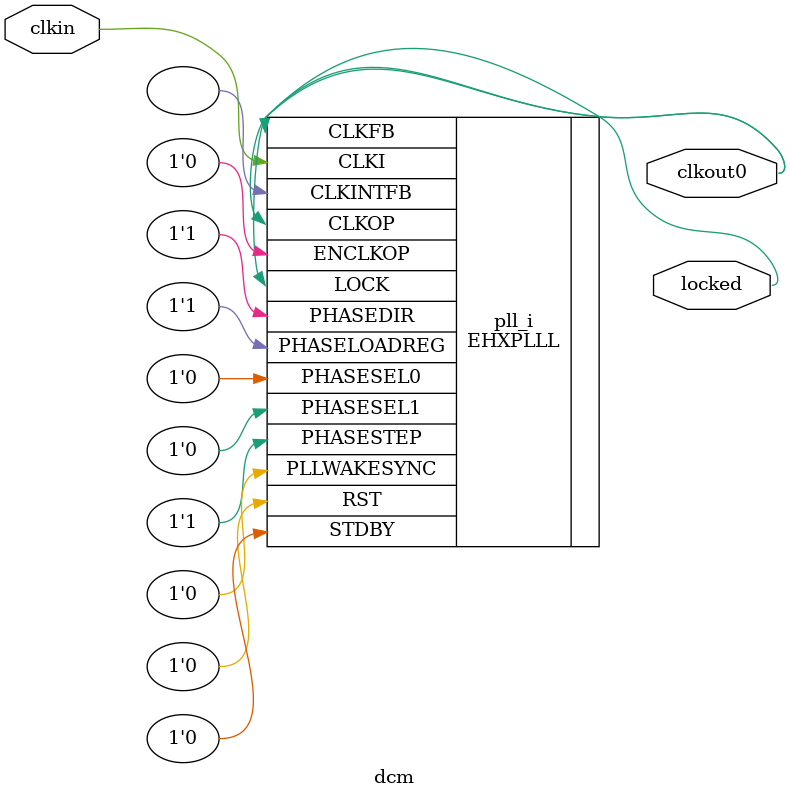
<source format=v>
`timescale 1ns / 1ps
`default_nettype none

module iceXt(
  input   wire            CLK_25,

  output  wire  [5:0]     VGA_R,
  output  wire  [5:0]     VGA_G,
  output  wire  [5:0]     VGA_B,
  output  wire            VGA_HSYNC,
  output  wire            VGA_VSYNC,

  output  wire  [17:0]    SRAM_A,
  inout   wire  [ 7:0]    SRAM_D,
  output  wire            SRAM_WE_n,
  output  wire            SRAM_CE_n,
  output  wire            SRAM_OE_n,
  output  wire  [ 3:0]    SRAM_BE_n,

//output  wire            AUDIO_L,
//output  wire            AUDIO_R,

//output  wire            LEDR,

//inout   wire            PS2CLKA,
//inout   wire            PS2CLKB,
//inout   wire            PS2DATA,
//inout   wire            PS2DATB,

//output  wire            SD_CS_n,
//output  wire            SD_DI,
//output  wire            SD_CK,
//input   wire            SD_DO,
  );

  wire clk_28_571;

  dcm dcm_system
  (
    .clkin  (CLK_25),       // 25.0000 Mhz
    .clkout0(clk_28_571),   // 28.5714 Mhz
  );

  wire [19:0] SRAM_A20;
  wire [ 7:0] cpuRamDataW; // data being written
  wire        cpuRamW;     // 1 - write, 0 - read

  System uSystem(
    .iClk        (clk_28_571),
    .iRst        (0),
    .oCpuRamAddr (SRAM_A20),
    .iCpuRamDataR(SRAM_D),
    .oCpuRamDataW(cpuRamDataW),
    .oCpuRamR    (),
    .oCpuRamW    (cpuRamW),
    .oVgaR       (VGA_R),
    .oVgaG       (VGA_G),
    .oVgaB       (VGA_B),
    .oVgaVSync   (VGA_VSYNC),
    .oVgaHSync   (VGA_HSYNC)
  );

  assign SRAM_A    = SRAM_A20[17:0];
  assign SRAM_D    = !cpuRamW ? 8'hzz : cpuRamDataW;
  assign SRAM_WE_n = !cpuRamW;
  assign SRAM_CE_n = 1'b0;
  assign SRAM_OE_n = 1'b0;
  assign SRAM_BE_n = 4'b1110;

endmodule

module dcm(
    input  clkin,   // 25 MHz, 0 deg
    output clkout0, // 28.5714 MHz, 0 deg
    output locked
);
  (* FREQUENCY_PIN_CLKI="25" *)
  (* FREQUENCY_PIN_CLKOP="28.5714" *)
  (* ICP_CURRENT="12" *)
  (* LPF_RESISTOR="8" *)
  (* MFG_ENABLE_FILTEROPAMP="1" *)
  (* MFG_GMCREF_SEL="2" *)
  EHXPLLL #(
    .PLLRST_ENA("DISABLED"),
    .INTFB_WAKE("DISABLED"),
    .STDBY_ENABLE("DISABLED"),
    .DPHASE_SOURCE("DISABLED"),
    .OUTDIVIDER_MUXA("DIVA"),
    .OUTDIVIDER_MUXB("DIVB"),
    .OUTDIVIDER_MUXC("DIVC"),
    .OUTDIVIDER_MUXD("DIVD"),
    .CLKI_DIV(7),
    .CLKOP_ENABLE("ENABLED"),
    .CLKOP_DIV(23),
    .CLKOP_CPHASE(11),
    .CLKOP_FPHASE(0),
    .FEEDBK_PATH("CLKOP"),
    .CLKFB_DIV(8)
  ) pll_i (
    .RST(1'b0),
    .STDBY(1'b0),
    .CLKI(clkin),
    .CLKOP(clkout0),
    .CLKFB(clkout0),
    .CLKINTFB(),
    .PHASESEL0(1'b0),
    .PHASESEL1(1'b0),
    .PHASEDIR(1'b1),
    .PHASESTEP(1'b1),
    .PHASELOADREG(1'b1),
    .PLLWAKESYNC(1'b0),
    .ENCLKOP(1'b0),
    .LOCK(locked)
	);
endmodule

</source>
